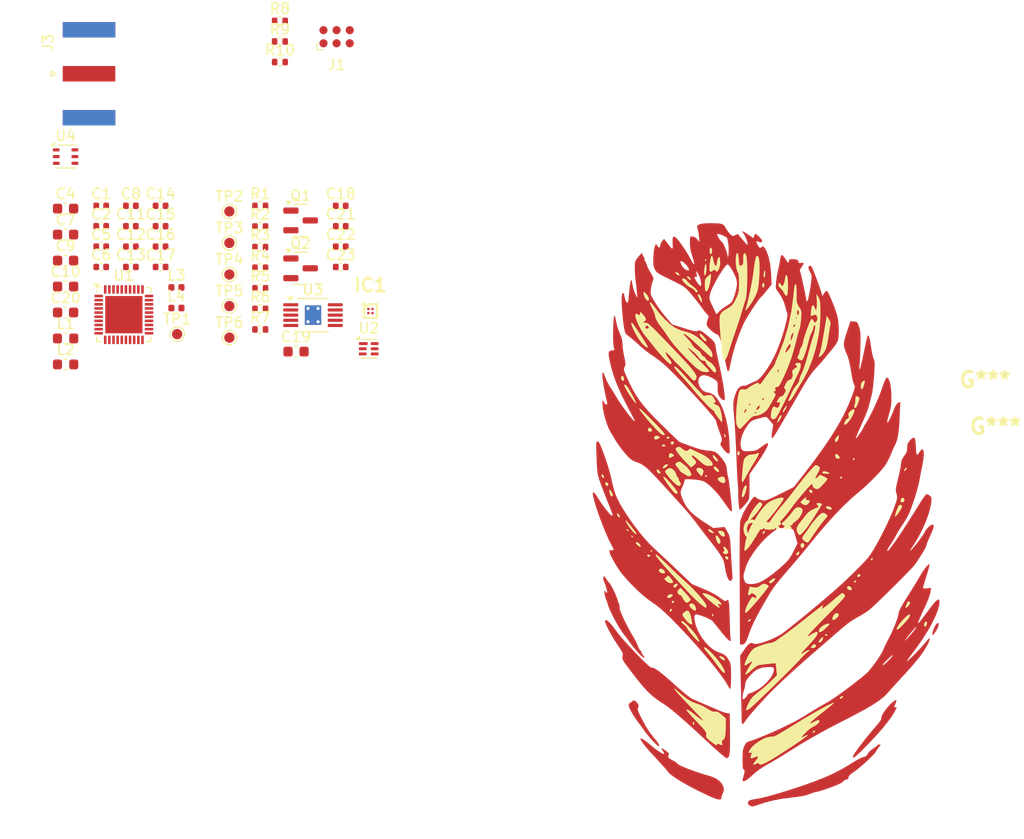
<source format=kicad_pcb>
(kicad_pcb (version 20240108) (generator "pcbnew") (generator_version "8.0")
  (layers (0 "F.Cu" signal) (1 "In1.Cu" signal) (2 "In2.Cu" signal) (31 "B.Cu" signal) (34 "B.Paste" user) (35 "F.Paste" user) (36 "B.SilkS" user "B.Silkscreen") (37 "F.SilkS" user "F.Silkscreen") (38 "B.Mask" user) (39 "F.Mask" user) (44 "Edge.Cuts" user))
  (net 0 "")
  (net 1 "Net-(U1-DEC1)")
  (net 2 "GND")
  (net 3 "Net-(U1-DEC3)")
  (net 4 "Net-(U1-DECUSB)")
  (net 5 "VDD")
  (net 6 "VBUS")
  (net 7 "DEC4")
  (net 8 "Net-(U1-ANT)")
  (net 9 "Net-(C13-Pad1)")
  (net 10 "Net-(U1-XC1)")
  (net 11 "Net-(U1-XC2)")
  (net 12 "Net-(U1-XL2{slash}P0.01)")
  (net 13 "Net-(U1-XL1{slash}P0.00)")
  (net 14 "Net-(U2-BAT)")
  (net 15 "+BATT")
  (net 16 "Net-(IC1-OUT)")
  (net 17 "P0.02_BATT_MEASURE")
  (net 18 "P0.06_EN_BATT_MEASURE")
  (net 19 "SWDCLK")
  (net 21 "P0.18_RESET")
  (net 22 "SWDIO")
  (net 25 "Net-(L1-Pad2)")
  (net 26 "DCC")
  (net 28 "Net-(Q1-G)")
  (net 29 "Net-(Q1-D)")
  (net 30 "Net-(Q2-G)")
  (net 31 "-BATT")
  (net 32 "Net-(U2-V-)")
  (net 33 "Net-(U3-ISET)")
  (net 34 "Net-(U3-TS)")
  (net 35 "Net-(U3-PRETERM)")
  (net 36 "Net-(D1-RA)")
  (net 37 "Net-(D1-GA)")
  (net 38 "Net-(D1-BA)")
  (net 39 "Net-(U1-DEC5)")
  (net 40 "P0.30_LED_B")
  (net 43 "P0.29_LED_G")
  (net 44 "P0.28_LED_R")
  (net 45 "P0.15_SDA")
  (net 47 "P0.14_SCL")
  (net 50 "USB_DP")
  (net 51 "P0.07_EN_SENSOR_BUS")
  (net 52 "P0.17_PG")
  (net 53 "P0.16_CHG")
  (net 54 "USB_DN")
  (footprint "Inductor_SMD:L_0603_1608Metric" (layer "F.Cu") (at 82.13 81.505)
    (property "Reference" "L1")
    (property "Value" "15n")
  )
  (footprint "Capacitor_SMD:C_0603_1608Metric" (layer "F.Cu") (at 82.13 68.955)
    (property "Reference" "C4")
    (property "Value" "4u7")
  )
  (footprint "TestPoint:TestPoint_Pad_D1.0mm" (layer "F.Cu") (at 97.96 81.425)
    (property "Reference" "TP6")
    (property "Value" "TestPoint_Small")
  )
  (footprint "Resistor_SMD:R_0402_1005Metric" (layer "F.Cu") (at 100.94 74.665)
    (property "Reference" "R4")
    (property "Value" "10k")
  )
  (footprint "Connector_Coaxial:SMA_Amphenol_132289_EdgeMount" (layer "F.Cu") (at 84.395 55.925)
    (property "Reference" "J3")
    (property "Value" "Conn_Coaxial_Small")
  )
  (footprint "Capacitor_SMD:C_0603_1608Metric" (layer "F.Cu") (at 82.13 76.485)
    (property "Reference" "C10")
    (property "Value" "1u")
  )
  (footprint "Capacitor_SMD:C_0402_1005Metric" (layer "F.Cu") (at 88.44 74.595)
    (property "Reference" "C13")
    (property "Value" "1p2")
  )
  (footprint "Capacitor_SMD:C_0402_1005Metric" (layer "F.Cu") (at 85.57 70.655)
    (property "Reference" "C2")
    (property "Value" "100p")
  )
  (footprint "Resistor_SMD:R_0402_1005Metric" (layer "F.Cu") (at 100.94 70.685)
    (property "Reference" "R2")
    (property "Value" "330")
  )
  (footprint "Resistor_SMD:R_0402_1005Metric" (layer "F.Cu") (at 100.94 80.635)
    (property "Reference" "R7")
    (property "Value" "1k1")
  )
  (footprint "Package_TO_SOT_SMD:SOT-23" (layer "F.Cu") (at 104.84 74.725)
    (property "Reference" "Q2")
    (property "Value" "NMOS")
  )
  (footprint "TestPoint:TestPoint_Pad_D1.0mm" (layer "F.Cu") (at 92.91 81.085)
    (property "Reference" "TP1")
    (property "Value" "TestPoint_Small")
  )
  (footprint "Capacitor_SMD:C_0402_1005Metric" (layer "F.Cu") (at 88.44 72.625)
    (property "Reference" "C12")
    (property "Value" "1p")
  )
  (footprint "Package_SO:HVSSOP-10-1EP_3x3mm_P0.5mm_EP1.57x1.88mm_ThermalVias" (layer "F.Cu") (at 106.04 79.25)
    (property "Reference" "U3")
    (property "Value" "BQ24090DGQ")
  )
  (footprint "OptoDevice:Lite-On_LTR-303ALS-01" (layer "F.Cu") (at 82.13 63.93)
    (property "Reference" "U4")
    (property "Value" "LTR-303ALS-01")
  )
  (footprint "Capacitor_SMD:C_0603_1608Metric" (layer "F.Cu") (at 82.13 78.995)
    (property "Reference" "C20")
    (property "Value" "1u")
  )
  (footprint "Inductor_SMD:L_0402_1005Metric" (layer "F.Cu") (at 92.84 78.565)
    (property "Reference" "L4")
    (property "Value" "2n2")
  )
  (footprint "calathea:calathea_fr4" (layer "F.Cu") (at 150 100)
    (property "Reference" "G***")
    (property "Value" "FR4" (hide yes))
  )
  (footprint "Capacitor_SMD:C_0402_1005Metric" (layer "F.Cu") (at 91.31 70.655)
    (property "Reference" "C15")
    (property "Value" "12p")
  )
  (footprint "calathea:calathea_copper" (layer "F.Cu") (at 150 100)
    (property "Reference" "G***")
    (property "Value" "Copper" (hide yes))
  )
  (footprint "Capacitor_SMD:C_0603_1608Metric" (layer "F.Cu") (at 104.4 82.775)
    (property "Reference" "C19")
    (property "Value" "1u")
  )
  (footprint "calathea:calathea_edge2" (layer "F.Cu") (at 147.493136 101.407311)
    (property "Reference" "G***")
    (property "Value" "LOGO" (hide yes))
    (fp_poly (pts (xy -2.963814 -31.338245) (xy -2.577083 -31.321599) (xy -2.393988 -31.308517) (xy -2.216017 -31.292011) (xy -2.04188 -31.271891) (xy -1.870284 -31.24797) (xy -1.699939 -31.220057) (xy -1.529553 -31.187966) (xy -1.357833 -31.151506) (xy -1.18349 -31.110489) (xy -0.821764 -31.01403) (xy -0.434043 -30.897078) (xy -0.29 -30.853757) (xy -0.128335 -30.808978) (xy 0.045345 -30.764072) (xy 0.225435 -30.720367) (xy 0.406328 -30.679192) (xy 0.582419 -30.641878) (xy 0.7481 -30.609755) (xy 0.897766 -30.58415) (xy 0.97421 -30.570873) (xy 1.055636 -30.554254) (xy 1.230734 -30.511895) (xy 1.417652 -30.45889) (xy 1.610984 -30.397055) (xy 1.805322 -30.328206) (xy 1.99526 -30.254159) (xy 2.175392 -30.176731) (xy 2.340309 -30.097738) (xy 2.503884 -30.019261) (xy 2.693184 -29.936625) (xy 2.901242 -29.852397) (xy 3.12109 -29.769145) (xy 3.34576 -29.689435) (xy 3.568284 -29.615834) (xy 3.781696 -29.55091) (xy 3.979026 -29.497229) (xy 4.278167 -29.415273) (xy 4.425175 -29.369802) (xy 4.571133 -29.320872) (xy 4.716535 -29.268136) (xy 4.861875 -29.211247) (xy 5.007646 -29.149858) (xy 5.154341 -29.083621) (xy 5.302455 -29.012191) (xy 5.452481 -28.935218) (xy 5.604912 -28.852357) (xy 5.760242 -28.76326) (xy 5.918965 -28.667579) (xy 6.081574 -28.564969) (xy 6.248563 -28.455081) (xy 6.420425 -28.337569) (xy 6.780855 -28.078264) (xy 7.166976 -27.784255) (xy 7.582809 -27.452782) (xy 8.032372 -27.081086) (xy 8.519687 -26.666406) (xy 9.048774 -26.205983) (xy 10.248344 -25.13687) (xy 11.146139 -24.318697) (xy 11.533519 -23.956682) (xy 11.885488 -23.619502) (xy 12.206248 -23.302244) (xy 12.5 -23) (xy 12.770944 -22.707858) (xy 13.023282 -22.420907) (xy 13.261214 -22.134238) (xy 13.488941 -21.842939) (xy 13.710665 -21.542101) (xy 13.930587 -21.226813) (xy 14.152907 -20.892163) (xy 14.381826 -20.533243) (xy 14.876266 -19.722945) (xy 15.865526 -18.032018) (xy 16.719437 -16.489113) (xy 17.099739 -15.763831) (xy 17.451127 -15.06435) (xy 17.77524 -14.386936) (xy 18.073722 -13.727852) (xy 18.348211 -13.083364) (xy 18.60035 -12.449738) (xy 18.831779 -11.823239) (xy 19.044139 -11.200131) (xy 19.239071 -10.576679) (xy 19.418216 -9.949149) (xy 19.583215 -9.313807) (xy 19.735708 -8.666916) (xy 19.796183 -8.405654) (xy 19.860556 -8.141973) (xy 19.92671 -7.883331) (xy 19.992529 -7.637188) (xy 20.055895 -7.411002) (xy 20.114693 -7.212232) (xy 20.166807 -7.048336) (xy 20.210119 -6.926773) (xy 20.257625 -6.794666) (xy 20.315592 -6.616477) (xy 20.454444 -6.152104) (xy 20.609748 -5.594157) (xy 20.764578 -5.003143) (xy 21.125562 -3.580612) (xy 21.126142 -3.578733) (xy 21.126664 -3.576838) (xy 21.127126 -3.574928) (xy 21.12753 -3.573006) (xy 21.127874 -3.571072) (xy 21.12816 -3.569128) (xy 21.128386 -3.567176) (xy 21.128553 -3.565216) (xy 21.138853 -2.198715) (xy 21.146848 -0.831543) (xy 21.146823 -0.829954) (xy 21.146759 -0.828367) (xy 21.146656 -0.826784) (xy 21.146515 -0.825205) (xy 21.146335 -0.823631) (xy 21.146116 -0.822063) (xy 21.14586 -0.820501) (xy 21.145565 -0.818947) (xy 21.145232 -0.8174) (xy 21.144861 -0.815862) (xy 21.144452 -0.814334) (xy 21.144005 -0.812815) (xy 21.143521 -0.811307) (xy 21.142999 -0.80981) (xy 21.14244 -0.808326) (xy 21.141844 -0.806854) (xy 20.869611 -0.20369) (xy 20.604711 0.383484) (xy 20.53861 4.524307) (xy 20.47331 8.680496) (xy 20.473195 8.682697) (xy 20.473006 8.684891) (xy 20.472742 8.687076) (xy 20.472403 8.689251) (xy 20.471991 8.691413) (xy 20.471505 8.69356) (xy 20.470945 8.695689) (xy 20.470312 8.6978) (xy 20.165395 9.628586) (xy 20.036286 10.00413) (xy 19.899221 10.367418) (xy 19.75321 10.720506) (xy 19.597261 11.065451) (xy 19.430385 11.404309) (xy 19.25159 11.739139) (xy 19.059887 12.071996) (xy 18.854284 12.404938) (xy 18.768512 12.545031) (xy 18.661623 12.728775) (xy 18.401869 13.195354) (xy 18.10977 13.740961) (xy 17.820074 14.30188) (xy 17.149503 15.625671) (xy 16.450903 17.70076) (xy 16.22002 18.36723) (xy 15.991358 18.983059) (xy 15.762284 19.55177) (xy 15.530161 20.076886) (xy 15.292357 20.561931) (xy 15.046236 21.010426) (xy 14.789165 21.425897) (xy 14.518509 21.811865) (xy 14.231634 22.171854) (xy 13.925906 22.509387) (xy 13.59869 22.827988) (xy 13.247352 23.131179) (xy 12.869258 23.422485) (xy 12.461774 23.705427) (xy 12.022264 23.983529) (xy 11.548095 24.260315) (xy 11.164295 24.481137) (xy 10.812678 24.694586) (xy 10.479436 24.910537) (xy 10.150762 25.138864) (xy 9.81285 25.389442) (xy 9.451891 25.672146) (xy 9.054079 25.99685) (xy 8.605606 26.373428) (xy 8.40764 26.537959) (xy 8.213449 26.692402) (xy 8.022558 26.837002) (xy 7.83449 26.972002) (xy 7.648768 27.097647) (xy 7.464916 27.214181) (xy 7.282457 27.321848) (xy 7.100916 27.420891) (xy 6.919814 27.511555) (xy 6.738677 27.594083) (xy 6.557027 27.668721) (xy 6.374388 27.735711) (xy 6.190283 27.795299) (xy 6.004237 27.847727) (xy 5.815772 27.893241) (xy 5.624412 27.932083) (xy 5.467804 27.962427) (xy 5.29251 27.998965) (xy 4.909881 28.085012) (xy 4.524546 28.178999) (xy 4.345869 28.225461) (xy 4.184524 28.269699) (xy 3.447891 28.476547) (xy 3.445921 28.477227) (xy 3.443933 28.477842) (xy 3.44193 28.478392) (xy 3.439913 28.478877) (xy 3.437883 28.479296) (xy 3.435843 28.47965) (xy 3.433793 28.479938) (xy 3.431736 28.48016) (xy 3.429672 28.480315) (xy 3.427604 28.480405) (xy 3.425534 28.480428) (xy 3.423461 28.480384) (xy 3.42139 28.480273) (xy 3.419319 28.480095) (xy 3.417253 28.47985) (xy 3.415191 28.479538) (xy 3.112938 28.404144) (xy 3.037058 28.382716) (xy 2.945767 28.352749) (xy 2.842251 28.315582) (xy 2.729698 28.27255) (xy 2.611296 28.224992) (xy 2.490232 28.174245) (xy 2.369693 28.121644) (xy 2.252868 28.068527) (xy 2.192101 28.041213) (xy 2.133201 28.016749) (xy 2.076025 27.995018) (xy 2.020423 27.975899) (xy 1.966252 27.959274) (xy 1.913363 27.945025) (xy 1.861611 27.933032) (xy 1.810849 27.923178) (xy 1.760931 27.915342) (xy 1.71171 27.909406) (xy 1.66304 27.905252) (xy 1.614774 27.90276) (xy 1.566767 27.901812) (xy 1.518871 27.902289) (xy 1.47094 27.904073) (xy 1.422828 27.907043) (xy 1.325411 27.916345) (xy 1.225557 27.929456) (xy 1.122327 27.945574) (xy 1.014785 27.963896) (xy 0.783011 28.00394) (xy 0.656905 28.024057) (xy 0.522735 28.043167) (xy 0.287948 28.071734) (xy 0.067728 28.093392) (xy -0.139639 28.108596) (xy -0.335864 28.117805) (xy -0.522662 28.121475) (xy -0.701745 28.120064) (xy -0.874826 28.11403) (xy -1.043618 28.103828) (xy -1.375187 28.072755) (xy -1.710157 28.030503) (xy -2.445113 27.927093) (xy -2.68247 27.895336) (xy -2.826898 27.874608) (xy -2.982123 27.850084) (xy -3.143367 27.821341) (xy -3.305853 27.787955) (xy -3.464803 27.749505) (xy -3.541459 27.728248) (xy -3.61544 27.705566) (xy -4.573593 27.39798) (xy -4.686343 27.3572) (xy -4.807841 27.304417) (xy -4.937572 27.240143) (xy -5.075019 27.164893) (xy -5.219666 27.079178) (xy -5.370998 26.983512) (xy -5.528498 26.878409) (xy -5.69165 26.764381) (xy -6.032847 26.511605) (xy -6.390461 26.229287) (xy -6.760364 25.921535) (xy -7.138427 25.592453) (xy -7.519861 25.246088) (xy -7.899575 24.886475) (xy -8.272979 24.517697) (xy -8.635485 24.143841) (xy -8.982503 23.76899) (xy -9.309446 23.39723) (xy -9.611725 23.032645) (xy -9.75218 22.85432) (xy -9.884749 22.679321) (xy -10.392638 21.972187) (xy -10.618497 21.636254) (xy -10.829174 21.304217) (xy -11.027326 20.970177) (xy -11.21561 20.62824) (xy -11.396683 20.272507) (xy -11.573201 19.897083) (xy -11.747821 19.496071) (xy -11.923199 19.063575) (xy -12.286858 18.080543) (xy -12.685432 16.900815) (xy -13.140173 15.477219) (xy -13.466231 14.448702) (xy -13.771214 13.505449) (xy -14.020565 12.753075) (xy -14.179724 12.297195) (xy -14.412738 11.625228) (xy -14.63581 10.879165) (xy -14.845119 10.077082) (xy -15.036847 9.237057) (xy -15.207173 8.377166) (xy -15.352279 7.515486) (xy -15.468344 6.670095) (xy -15.55155 5.85907) (xy -15.610692 5.236428) (xy -15.690274 4.5212) (xy -15.779894 3.802169) (xy -15.869154 3.168121) (xy -16.078001 1.801636) (xy -16.078056 1.800639) (xy -16.078096 1.79964) (xy -16.078119 1.798639) (xy -16.078127 1.797638) (xy -16.078119 1.796637) (xy -16.078096 1.795636) (xy -16.078056 1.794637) (xy -16.078001 1.79364) (xy -16.151389 -0.74585) (xy -16.23865 -4.138809) (xy -16.283609 -6.946406) (xy -16.289 -8.156979) (xy -16.282345 -9.252754) (xy -16.263154 -10.244243) (xy -16.230937 -11.141962) (xy -16.185204 -11.956424) (xy -16.125465 -12.698142) (xy -16.05123 -13.377632) (xy -15.962008 -14.005405) (xy -15.85731 -14.591978) (xy -15.736646 -15.147862) (xy -15.599524 -15.683573) (xy -15.445456 -16.209624) (xy -15.043784 -17.528257) (xy -14.673468 -18.779128) (xy -14.340129 -19.870231) (xy -13.978564 -20.939129) (xy -13.591433 -21.981339) (xy -13.181394 -22.992375) (xy -12.751106 -23.967754) (xy -12.303227 -24.902991) (xy -11.840416 -25.793601) (xy -11.365332 -26.6351) (xy -11.124061 -27.036031) (xy -10.880777 -27.422997) (xy -10.635779 -27.795435) (xy -10.389366 -28.15278) (xy -10.141836 -28.494468) (xy -9.893487 -28.819933) (xy -9.644619 -29.128612) (xy -9.39553 -29.41994) (xy -9.146517 -29.693352) (xy -8.897881 -29.948284) (xy -8.649919 -30.184172) (xy -8.402929 -30.40045) (xy -8.157211 -30.596554) (xy -7.913063 -30.771921) (xy -7.670784 -30.925984) (xy -7.430671 -31.05818) (xy -6.898895 -31.327742) (xy -6.89452 -31.329769) (xy -6.890052 -31.331449) (xy -6.885509 -31.332785) (xy -6.88091 -31.333778) (xy -6.876273 -31.334431) (xy -6.871618 -31.334745) (xy -6.866962 -31.334722) (xy -6.862326 -31.334366) (xy -6.857727 -31.333677) (xy -6.853184 -31.332659) (xy -6.848716 -31.331313) (xy -6.844342 -31.329641) (xy -6.84008 -31.327645) (xy -6.835949 -31.325328) (xy -6.831968 -31.322692) (xy -6.828155 -31.319738) (xy -6.540588 -31.092878) (xy -6.275695 -30.886038) (xy -6.008796 -30.938734) (xy -5.939042 -30.953715) (xy -5.84992 -30.974572) (xy -5.62873 -31.029998) (xy -5.375554 -31.097172) (xy -5.120719 -31.168257) (xy -4.523536 -31.339727) (xy -4.52134 -31.34038) (xy -4.519124 -31.340955) (xy -4.516891 -31.34145) (xy -4.514643 -31.341866) (xy -4.512382 -31.342202) (xy -4.510109 -31.342459) (xy -4.507827 -31.342636) (xy -4.505538 -31.342733) (xy -3.386543 -31.343458)) (stroke (width 0.001999)) (fill none) (layer "Edge.Cuts"))
  )
  (footprint "Inductor_SMD:L_0402_1005Metric" (layer "F.Cu") (at 92.84 76.575)
    (property "Reference" "L3")
    (property "Value" "4n7")
  )
  (footprint "Capacitor_SMD:C_0402_1005Metric" (layer "F.Cu") (at 91.31 72.625)
    (property "Reference" "C16")
    (property "Value" "12p")
  )
  (footprint "TestPoint:TestPoint_Pad_D1.0mm" (layer "F.Cu") (at 97.96 78.375)
    (property "Reference" "TP5")
    (property "Value" "TestPoint_Small")
  )
  (footprint "Capacitor_SMD:C_0402_1005Metric" (layer "F.Cu") (at 108.72 72.625)
    (property "Reference" "C22")
    (property "Value" "100n")
  )
  (footprint "Package_DFN_QFN:QFN-40-1EP_5x5mm_P0.4mm_EP3.6x3.6mm" (layer "F.Cu") (at 87.76 79.205)
    (property "Reference" "U1")
    (property "Value" "nRF52820-QDxx")
  )
  (footprint "Resistor_SMD:R_0402_1005Metric" (layer "F.Cu") (at 102.84 52.805)
    (property "Reference" "R9")
    (property "Value" "330")
  )
  (footprint "Capacitor_SMD:C_0402_1005Metric" (layer "F.Cu") (at 88.44 68.685)
    (property "Reference" "C8")
    (property "Value" "100n")
  )
  (footprint "Capacitor_SMD:C_0402_1005Metric" (layer "F.Cu") (at 91.31 68.685)
    (property "Reference" "C14")
    (property "Value" "12p")
  )
  (footprint "Resistor_SMD:R_0402_1005Metric" (layer "F.Cu") (at 100.94 76.655)
    (property "Reference" "R5")
    (property "Value" "1k")
  )
  (footprint "Package_SON:WSON-6_1.5x1.5mm_P0.5mm" (layer "F.Cu") (at 111.425 82.5)
    (property "Reference" "U2")
    (property "Value" "BQ297xy")
  )
  (footprint "Resistor_SMD:R_0402_1005Metric" (layer "F.Cu") (at 102.84 50.815)
    (property "Reference" "R8")
    (property "Value" "330")
  )
  (footprint "TestPoint:TestPoint_Pad_D1.0mm" (layer "F.Cu") (at 97.96 75.325)
    (property "Reference" "TP4")
    (property "Value" "TestPoint_Small")
  )
  (footprint "TestPoint:TestPoint_Pad_D1.0mm" (layer "F.Cu") (at 97.96 72.275)
    (property "Reference" "TP3")
    (property "Value" "TestPoint_Small")
  )
  (footprint "Inductor_SMD:L_0603_1608Metric" (layer "F.Cu") (at 82.13 84.015)
    (property "Reference" "L2")
    (property "Value" "10u")
  )
  (footprint "Capacitor_SMD:C_0603_1608Metric" (layer "F.Cu") (at 82.13 71.465)
    (property "Reference" "C7")
    (property "Value" "4u7")
  )
  (footprint "Resistor_SMD:R_0402_1005Metric" (layer "F.Cu") (at 102.84 54.795)
    (property "Reference" "R10")
    (property "Value" "330")
  )
  (footprint "calathea:calathea_silk" (layer "F.Cu") (at 150 100)
    (property "Reference" "G***")
    (property "Value" "LOGO" (hide yes))
  )
  (footprint "TestPoint:TestPoint_Pad_D1.0mm" (layer "F.Cu") (at 97.96 69.225)
    (property "Reference" "TP2")
    (property "Value" "TestPoint_Small")
  )
  (footprint "Capacitor_SMD:C_0402_1005Metric" (layer "F.Cu") (at 108.72 70.655)
    (property "Reference" "C21")
    (property "Value" "1u")
  )
  (footprint "Capacitor_SMD:C_0402_1005Metric" (layer "F.Cu") (at 85.57 72.625)
    (property "Reference" "C5")
    (property "Value" "100n")
  )
  (footprint "Resistor_SMD:R_0402_1005Metric" (layer "F.Cu") (at 100.94 72.675)
    (property "Reference" "R3")
    (property "Value" "1k")
  )
  (footprint "calathea:calathea_fr4_back" (layer "F.Cu") (at 149.982065 99.990668)
    (property "Reference" "G***")
    (property "Value" "LOGO" (hide yes))
  )
  (footprint "Capacitor_SMD:C_0603_1608Metric" (layer "F.Cu") (at 82.13 73.975)
    (property "Reference" "C9")
    (property "Value" "4u7")
  )
  (footprint "Connector:Tag-Connect_TC2030-IDC-NL_2x03_P1.27mm_Vertical" (layer "F.Cu") (at 108.32 52.345)
    (property "Reference" "J1")
    (property "Value" "Conn_ARM_SWD_TagConnect_TC2030-NL")
  )
  (footprint "Resistor_SMD:R_0402_1005Metric" (layer "F.Cu") (at 100.94 68.695)
    (property "Reference" "R1")
    (property "Value" "2k2")
  )
  (footprint "Capacitor_SMD:C_0402_1005Metric" (layer "F.Cu") (at 85.57 68.685)
    (property "Reference" "C1")
    (property "Value" "100n")
  )
  (footprint "Resistor_SMD:R_0402_1005Metric" (layer "F.Cu") (at 100.94 78.645)
    (property "Reference" "R6")
    (property "Value" "300")
  )
  (footprint "Capacitor_SMD:C_0402_1005Metric" (layer "F.Cu") (at 91.31 74.595)
    (property "Reference" "C17")
    (property "Value" "12p")
  )
  (footprint "Capacitor_SMD:C_0402_1005Metric" (layer "F.Cu") (at 88.44 70.655)
    (property "Reference" "C11")
    (property "Value" "47n")
  )
  (footprint "Capacitor_SMD:C_0402_1005Metric" (layer "F.Cu") (at 108.72 74.595)
    (property "Reference" "C23")
    (property "Value" "100n")
  )
  (footprint "Package_TO_SOT_SMD:SOT-23" (layer "F.Cu") (at 104.84 70.1)
    (property "Reference" "Q1")
    (property "Value" "NMOS")
  )
  (footprint "Capacitor_SMD:C_0402_1005Metric" (layer "F.Cu") (at 85.57 74.595)
    (property "Reference" "C6")
    (property "Value" "100n")
  )
  (footprint "Capacitor_SMD:C_0402_1005Metric" (layer "F.Cu") (at 108.72 68.685)
    (property "Reference" "C18")
    (property "Value" "100n")
  )
  (footprint "NCP333FCT2G:BGA4C40P2X2_76X76X63" (layer "F.Cu") (at 111.59 78.855)
    (property "Reference" "IC1")
    (property "Value" "NCP333FCT2G" (hide yes))
  )
)
</source>
